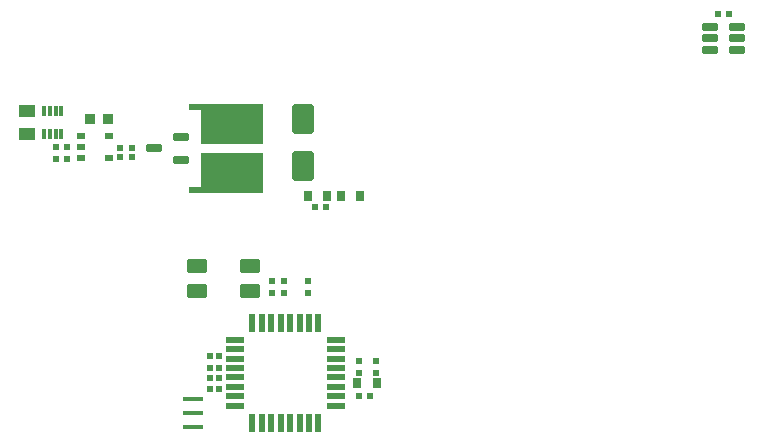
<source format=gtp>
%FSLAX23Y23*%
%MOIN*%
%SFA1B1*%

%IPPOS*%
%AMD16*
4,1,8,-0.023100,-0.011800,0.023100,-0.011800,0.026100,-0.008900,0.026100,0.008900,0.023100,0.011800,-0.023100,0.011800,-0.026100,0.008900,-0.026100,-0.008900,-0.023100,-0.011800,0.0*
1,1,0.005900,-0.023100,-0.008900*
1,1,0.005900,0.023100,-0.008900*
1,1,0.005900,0.023100,0.008900*
1,1,0.005900,-0.023100,0.008900*
%
%AMD19*
4,1,8,0.031200,0.021700,-0.031200,0.021700,-0.034400,0.018400,-0.034400,-0.018400,-0.031200,-0.021700,0.031200,-0.021700,0.034400,-0.018400,0.034400,0.018400,0.031200,0.021700,0.0*
1,1,0.006500,0.031200,0.018400*
1,1,0.006500,-0.031200,0.018400*
1,1,0.006500,-0.031200,-0.018400*
1,1,0.006500,0.031200,-0.018400*
%
%AMD27*
4,1,8,0.035400,-0.044300,0.035400,0.044300,0.030500,0.049200,-0.030500,0.049200,-0.035400,0.044300,-0.035400,-0.044300,-0.030500,-0.049200,0.030500,-0.049200,0.035400,-0.044300,0.0*
1,1,0.009920,0.030500,-0.044300*
1,1,0.009920,0.030500,0.044300*
1,1,0.009920,-0.030500,0.044300*
1,1,0.009920,-0.030500,-0.044300*
%
%ADD14R,0.011810X0.033470*%
%ADD15R,0.019680X0.020470*%
G04~CAMADD=16~8~0.0~0.0~521.7~236.2~29.5~0.0~15~0.0~0.0~0.0~0.0~0~0.0~0.0~0.0~0.0~0~0.0~0.0~0.0~180.0~522.0~236.0*
%ADD16D16*%
%ADD17R,0.209840X0.138190*%
%ADD18R,0.039370X0.019680*%
G04~CAMADD=19~8~0.0~0.0~689.0~433.1~32.5~0.0~15~0.0~0.0~0.0~0.0~0~0.0~0.0~0.0~0.0~0~0.0~0.0~0.0~0.0~689.0~433.1*
%ADD19D19*%
%ADD20R,0.068900X0.015750*%
%ADD21R,0.020470X0.019680*%
%ADD22R,0.062990X0.021650*%
%ADD23R,0.021650X0.062990*%
%ADD24R,0.022000X0.020000*%
%ADD25R,0.056000X0.040000*%
%ADD26R,0.031500X0.037400*%
G04~CAMADD=27~8~0.0~0.0~984.3~708.7~49.6~0.0~15~0.0~0.0~0.0~0.0~0~0.0~0.0~0.0~0.0~0~0.0~0.0~0.0~270.0~708.0~984.0*
%ADD27D27*%
%ADD28R,0.035000X0.032280*%
%ADD29R,0.027560X0.020080*%
%ADD30R,0.020000X0.022000*%
%LNbenchyeloadpcb-1*%
%LPD*%
G54D14*
X631Y1230D03*
X612D03*
X592D03*
X572D03*
Y1305D03*
X592D03*
X612D03*
X631D03*
G54D15*
X2857Y1629D03*
X2819D03*
X1660Y354D03*
X1622D03*
X1477Y984D03*
X1514D03*
X865Y1151D03*
X827D03*
G54D16*
X2793Y1509D03*
Y1547D03*
Y1584D03*
X2883D03*
Y1547D03*
Y1509D03*
X939Y1181D03*
X1029Y1218D03*
Y1143D03*
G54D17*
X1200Y1100D03*
Y1262D03*
G54D18*
X1077Y1043D03*
Y1319D03*
G54D19*
X1261Y705D03*
X1084D03*
X1261Y790D03*
X1084D03*
G54D20*
X1071Y346D03*
Y299D03*
Y251D03*
G54D21*
X1157Y487D03*
Y449D03*
X1125Y487D03*
Y449D03*
X1157Y416D03*
Y378D03*
X1125Y416D03*
Y378D03*
X1681Y433D03*
Y471D03*
X1622Y433D03*
Y471D03*
G54D22*
X1210Y543D03*
Y511D03*
Y480D03*
Y448D03*
Y417D03*
Y385D03*
Y354D03*
Y322D03*
X1545D03*
Y354D03*
Y385D03*
Y417D03*
Y448D03*
Y480D03*
Y511D03*
Y543D03*
G54D23*
X1267Y265D03*
X1299D03*
X1330D03*
X1362D03*
X1393D03*
X1425D03*
X1456D03*
X1488D03*
Y600D03*
X1456D03*
X1425D03*
X1393D03*
X1362D03*
X1330D03*
X1299D03*
X1267D03*
G54D24*
X1452Y700D03*
Y740D03*
X1374Y700D03*
Y740D03*
X1334Y700D03*
Y740D03*
X649Y1185D03*
Y1145D03*
X614Y1185D03*
Y1145D03*
G54D25*
X515Y1230D03*
Y1305D03*
G54D26*
X1617Y397D03*
X1682D03*
X1626Y1023D03*
X1562D03*
X1518D03*
X1453D03*
G54D27*
X1437Y1122D03*
Y1279D03*
G54D28*
X786Y1279D03*
X725D03*
G54D29*
X698Y1222D03*
Y1185D03*
Y1147D03*
X789D03*
Y1222D03*
G54D30*
X826Y1181D03*
X866D03*
M02*
</source>
